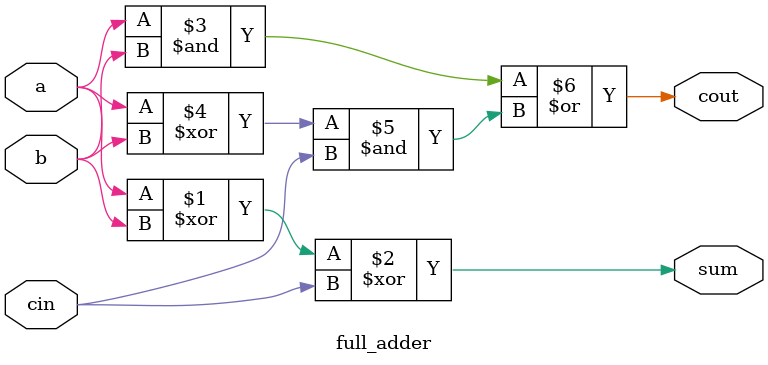
<source format=v>
module full_adder(
    input a, b, cin,
    output cout, sum );
    
    // Calculate the sum using XOR gates
    assign sum = a ^ b ^ cin;
    // Calculate the carry-out using AND and OR gates
    assign cout = (a & b) | ((a ^ b) & cin);
    
endmodule
</source>
